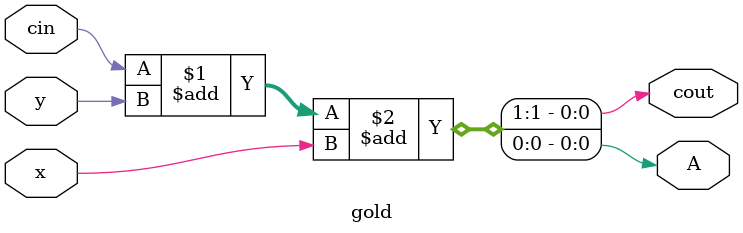
<source format=v>
module gold
(
 input x,
 input y,
 input cin,

 output A,
 output cout
 );

`ifndef BUG
assign {cout,A} =  cin + y + x;
`else
assign {cout,A} =  cin - y * x;
`endif

endmodule

</source>
